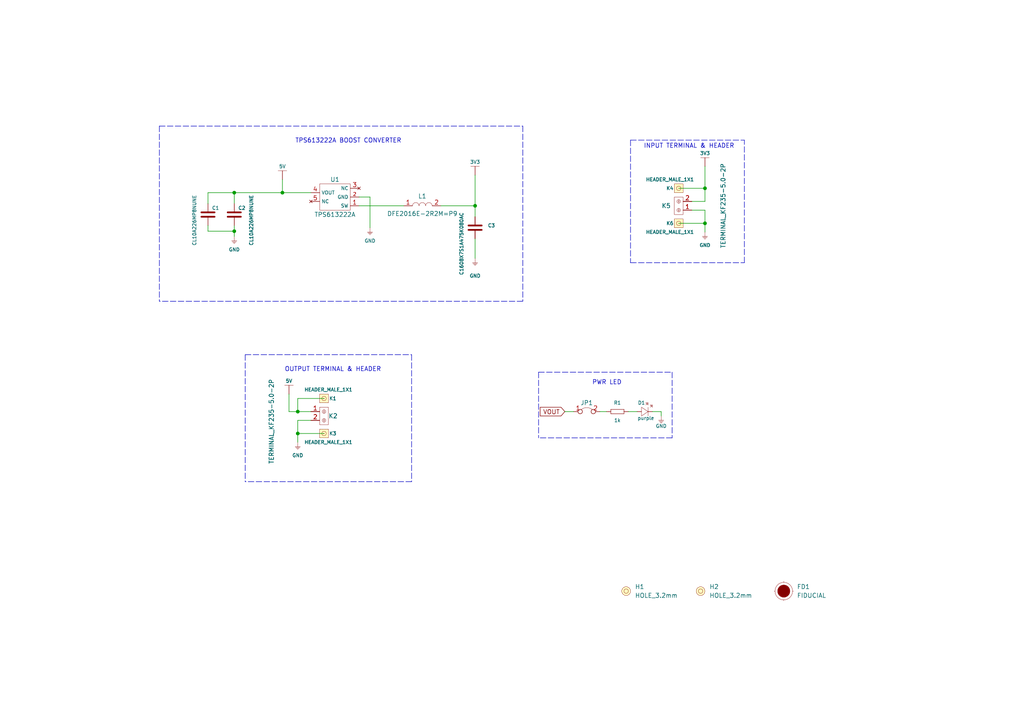
<source format=kicad_sch>
(kicad_sch (version 20210621) (generator eeschema)

  (uuid bc326af4-ebec-4a60-81b4-f99cdc0384be)

  (paper "A4")

  (title_block
    (title "Mini low power boost TPS613222A")
    (date "2021-09-20")
    (rev "V1.0.0.")
    (company "SOLDERED")
    (comment 1 "333096")
  )

  (lib_symbols
    (symbol "e-radionica.com schematics:0402LED" (pin_numbers hide) (pin_names (offset 0.254) hide) (in_bom yes) (on_board yes)
      (property "Reference" "D" (id 0) (at -0.635 2.54 0)
        (effects (font (size 1 1)))
      )
      (property "Value" "0402LED" (id 1) (at 0 -2.54 0)
        (effects (font (size 1 1)))
      )
      (property "Footprint" "e-radionica.com footprinti:0402LED" (id 2) (at 0 5.08 0)
        (effects (font (size 1 1)) hide)
      )
      (property "Datasheet" "" (id 3) (at 0 0 0)
        (effects (font (size 1 1)) hide)
      )
      (symbol "0402LED_0_1"
        (polyline
          (pts
            (xy -0.635 1.27)
            (xy 1.27 0)
          )
          (stroke (width 0.0006)) (fill (type none))
        )
        (polyline
          (pts
            (xy 0.635 1.905)
            (xy 1.27 2.54)
          )
          (stroke (width 0.0006)) (fill (type none))
        )
        (polyline
          (pts
            (xy 1.27 1.27)
            (xy 1.27 -1.27)
          )
          (stroke (width 0.0006)) (fill (type none))
        )
        (polyline
          (pts
            (xy 1.905 1.27)
            (xy 2.54 1.905)
          )
          (stroke (width 0.0006)) (fill (type none))
        )
        (polyline
          (pts
            (xy -0.635 1.27)
            (xy -0.635 -1.27)
            (xy 1.27 0)
          )
          (stroke (width 0.0006)) (fill (type none))
        )
        (polyline
          (pts
            (xy 1.27 2.54)
            (xy 0.635 2.54)
            (xy 1.27 1.905)
            (xy 1.27 2.54)
          )
          (stroke (width 0.0006)) (fill (type none))
        )
        (polyline
          (pts
            (xy 2.54 1.905)
            (xy 1.905 1.905)
            (xy 2.54 1.27)
            (xy 2.54 1.905)
          )
          (stroke (width 0.0006)) (fill (type none))
        )
      )
      (symbol "0402LED_1_1"
        (pin passive line (at -1.905 0 0) (length 1.27)
          (name "A" (effects (font (size 1.27 1.27))))
          (number "1" (effects (font (size 1.27 1.27))))
        )
        (pin passive line (at 2.54 0 180) (length 1.27)
          (name "K" (effects (font (size 1.27 1.27))))
          (number "2" (effects (font (size 1.27 1.27))))
        )
      )
    )
    (symbol "e-radionica.com schematics:0402R" (pin_numbers hide) (pin_names (offset 0.254)) (in_bom yes) (on_board yes)
      (property "Reference" "R" (id 0) (at -1.905 1.27 0)
        (effects (font (size 1 1)))
      )
      (property "Value" "0402R" (id 1) (at 0 -1.27 0)
        (effects (font (size 1 1)))
      )
      (property "Footprint" "e-radionica.com footprinti:0402R" (id 2) (at -2.54 1.905 0)
        (effects (font (size 1 1)) hide)
      )
      (property "Datasheet" "" (id 3) (at -2.54 1.905 0)
        (effects (font (size 1 1)) hide)
      )
      (symbol "0402R_0_1"
        (rectangle (start -1.905 -0.635) (end 1.905 -0.6604)
          (stroke (width 0.1)) (fill (type none))
        )
        (rectangle (start -1.905 0.635) (end -1.8796 -0.635)
          (stroke (width 0.1)) (fill (type none))
        )
        (rectangle (start -1.905 0.635) (end 1.905 0.6096)
          (stroke (width 0.1)) (fill (type none))
        )
        (rectangle (start 1.905 0.635) (end 1.9304 -0.635)
          (stroke (width 0.1)) (fill (type none))
        )
      )
      (symbol "0402R_1_1"
        (pin passive line (at -3.175 0 0) (length 1.27)
          (name "~" (effects (font (size 1.27 1.27))))
          (number "1" (effects (font (size 1.27 1.27))))
        )
        (pin passive line (at 3.175 0 180) (length 1.27)
          (name "~" (effects (font (size 1.27 1.27))))
          (number "2" (effects (font (size 1.27 1.27))))
        )
      )
    )
    (symbol "e-radionica.com schematics:0805C" (pin_numbers hide) (in_bom yes) (on_board yes)
      (property "Reference" "C" (id 0) (at -0.635 3.175 0)
        (effects (font (size 1 1)))
      )
      (property "Value" "0805C" (id 1) (at 0 -3.175 0)
        (effects (font (size 1 1)))
      )
      (property "Footprint" "e-radionica.com footprinti:0805C" (id 2) (at 0 0 0)
        (effects (font (size 1 1)) hide)
      )
      (property "Datasheet" "" (id 3) (at 0 0 0)
        (effects (font (size 1 1)) hide)
      )
      (symbol "0805C_0_1"
        (polyline
          (pts
            (xy -0.635 1.905)
            (xy -0.635 -1.905)
          )
          (stroke (width 0.5)) (fill (type none))
        )
        (polyline
          (pts
            (xy 0.635 1.905)
            (xy 0.635 -1.905)
          )
          (stroke (width 0.5)) (fill (type none))
        )
      )
      (symbol "0805C_1_1"
        (pin passive line (at -3.175 0 0) (length 2.54)
          (name "~" (effects (font (size 1.27 1.27))))
          (number "1" (effects (font (size 1.27 1.27))))
        )
        (pin passive line (at 3.175 0 180) (length 2.54)
          (name "~" (effects (font (size 1.27 1.27))))
          (number "2" (effects (font (size 1.27 1.27))))
        )
      )
    )
    (symbol "e-radionica.com schematics:3V3" (power) (pin_names (offset 0)) (in_bom yes) (on_board yes)
      (property "Reference" "#PWR" (id 0) (at 4.445 0 0)
        (effects (font (size 1 1)) hide)
      )
      (property "Value" "3V3" (id 1) (at 0 3.556 0)
        (effects (font (size 1 1)))
      )
      (property "Footprint" "" (id 2) (at 4.445 3.81 0)
        (effects (font (size 1 1)) hide)
      )
      (property "Datasheet" "" (id 3) (at 4.445 3.81 0)
        (effects (font (size 1 1)) hide)
      )
      (property "ki_keywords" "power-flag" (id 4) (at 0 0 0)
        (effects (font (size 1.27 1.27)) hide)
      )
      (property "ki_description" "Power symbol creates a global label with name \"3V3\"" (id 5) (at 0 0 0)
        (effects (font (size 1.27 1.27)) hide)
      )
      (symbol "3V3_0_1"
        (polyline
          (pts
            (xy -1.27 2.54)
            (xy 1.27 2.54)
          )
          (stroke (width 0.0006)) (fill (type none))
        )
        (polyline
          (pts
            (xy 0 0)
            (xy 0 2.54)
          )
          (stroke (width 0)) (fill (type none))
        )
      )
      (symbol "3V3_1_1"
        (pin power_in line (at 0 0 90) (length 0) hide
          (name "3V3" (effects (font (size 1.27 1.27))))
          (number "1" (effects (font (size 1.27 1.27))))
        )
      )
    )
    (symbol "e-radionica.com schematics:5V" (power) (pin_names (offset 0)) (in_bom yes) (on_board yes)
      (property "Reference" "#PWR" (id 0) (at 4.445 0 0)
        (effects (font (size 1 1)) hide)
      )
      (property "Value" "5V" (id 1) (at 0 3.556 0)
        (effects (font (size 1 1)))
      )
      (property "Footprint" "" (id 2) (at 4.445 3.81 0)
        (effects (font (size 1 1)) hide)
      )
      (property "Datasheet" "" (id 3) (at 4.445 3.81 0)
        (effects (font (size 1 1)) hide)
      )
      (property "ki_keywords" "power-flag" (id 4) (at 0 0 0)
        (effects (font (size 1.27 1.27)) hide)
      )
      (property "ki_description" "Power symbol creates a global label with name \"5V\"" (id 5) (at 0 0 0)
        (effects (font (size 1.27 1.27)) hide)
      )
      (symbol "5V_0_1"
        (polyline
          (pts
            (xy -1.27 2.54)
            (xy 1.27 2.54)
          )
          (stroke (width 0.0006)) (fill (type none))
        )
        (polyline
          (pts
            (xy 0 0)
            (xy 0 2.54)
          )
          (stroke (width 0)) (fill (type none))
        )
      )
      (symbol "5V_1_1"
        (pin power_in line (at 0 0 90) (length 0) hide
          (name "5V" (effects (font (size 1.27 1.27))))
          (number "1" (effects (font (size 1.27 1.27))))
        )
      )
    )
    (symbol "e-radionica.com schematics:DFE252012F-1R0M" (in_bom yes) (on_board yes)
      (property "Reference" "L" (id 0) (at 0 2.286 0)
        (effects (font (size 1.27 1.27)))
      )
      (property "Value" "DFE252012F-1R0M" (id 1) (at 0 -1.778 0)
        (effects (font (size 1.27 1.27)))
      )
      (property "Footprint" "e-radionica.com footprinti:DFE252012F-1R0M=P2" (id 2) (at 0.254 0 0)
        (effects (font (size 1.27 1.27)) hide)
      )
      (property "Datasheet" "" (id 3) (at 0.254 0 0)
        (effects (font (size 1.27 1.27)) hide)
      )
      (symbol "DFE252012F-1R0M_0_1"
        (arc (start -2.921 0) (end -1.016 0) (radius (at -1.9685 -0.0138) (length 0.9526) (angles 179.2 0.8))
          (stroke (width 0.0006)) (fill (type none))
        )
        (arc (start -1.016 0) (end 0.889 0) (radius (at -0.0635 -0.0138) (length 0.9526) (angles 179.2 0.8))
          (stroke (width 0.0006)) (fill (type none))
        )
        (arc (start 0.889 0) (end 2.794 0) (radius (at 1.8415 -0.0138) (length 0.9526) (angles 179.2 0.8))
          (stroke (width 0.0006)) (fill (type none))
        )
      )
      (symbol "DFE252012F-1R0M_1_1"
        (pin passive line (at -5.461 0 0) (length 2.54)
          (name "" (effects (font (size 1.27 1.27))))
          (number "1" (effects (font (size 1.27 1.27))))
        )
        (pin passive line (at 5.334 0 180) (length 2.54)
          (name "" (effects (font (size 1.27 1.27))))
          (number "2" (effects (font (size 1.27 1.27))))
        )
      )
    )
    (symbol "e-radionica.com schematics:FIDUCIAL" (in_bom no) (on_board yes)
      (property "Reference" "FD" (id 0) (at 0 3.81 0)
        (effects (font (size 1.27 1.27)))
      )
      (property "Value" "FIDUCIAL" (id 1) (at 0 -3.81 0)
        (effects (font (size 1.27 1.27)))
      )
      (property "Footprint" "e-radionica.com footprinti:FIDUCIAL_23" (id 2) (at 0.254 -5.334 0)
        (effects (font (size 1.27 1.27)) hide)
      )
      (property "Datasheet" "" (id 3) (at 0 0 0)
        (effects (font (size 1.27 1.27)) hide)
      )
      (symbol "FIDUCIAL_0_1"
        (circle (center 0 0) (radius 2.54) (stroke (width 0.0006)) (fill (type none)))
        (circle (center 0 0) (radius 1.7961) (stroke (width 0.001)) (fill (type outline)))
        (polyline
          (pts
            (xy -2.54 0)
            (xy -2.794 0)
          )
          (stroke (width 0.0006)) (fill (type none))
        )
        (polyline
          (pts
            (xy 0 -2.54)
            (xy 0 -2.794)
          )
          (stroke (width 0.0006)) (fill (type none))
        )
        (polyline
          (pts
            (xy 0 2.54)
            (xy 0 2.794)
          )
          (stroke (width 0.0006)) (fill (type none))
        )
        (polyline
          (pts
            (xy 2.54 0)
            (xy 2.794 0)
          )
          (stroke (width 0.0006)) (fill (type none))
        )
      )
    )
    (symbol "e-radionica.com schematics:GND" (power) (pin_names (offset 0)) (in_bom yes) (on_board yes)
      (property "Reference" "#PWR" (id 0) (at 4.445 0 0)
        (effects (font (size 1 1)) hide)
      )
      (property "Value" "GND" (id 1) (at 0 -2.921 0)
        (effects (font (size 1 1)))
      )
      (property "Footprint" "" (id 2) (at 4.445 3.81 0)
        (effects (font (size 1 1)) hide)
      )
      (property "Datasheet" "" (id 3) (at 4.445 3.81 0)
        (effects (font (size 1 1)) hide)
      )
      (property "ki_keywords" "power-flag" (id 4) (at 0 0 0)
        (effects (font (size 1.27 1.27)) hide)
      )
      (property "ki_description" "Power symbol creates a global label with name \"GND\"" (id 5) (at 0 0 0)
        (effects (font (size 1.27 1.27)) hide)
      )
      (symbol "GND_0_1"
        (polyline
          (pts
            (xy -0.762 -1.27)
            (xy 0.762 -1.27)
          )
          (stroke (width 0.0006)) (fill (type none))
        )
        (polyline
          (pts
            (xy -0.635 -1.524)
            (xy 0.635 -1.524)
          )
          (stroke (width 0.0006)) (fill (type none))
        )
        (polyline
          (pts
            (xy -0.381 -1.778)
            (xy 0.381 -1.778)
          )
          (stroke (width 0.0006)) (fill (type none))
        )
        (polyline
          (pts
            (xy -0.127 -2.032)
            (xy 0.127 -2.032)
          )
          (stroke (width 0.0006)) (fill (type none))
        )
        (polyline
          (pts
            (xy 0 0)
            (xy 0 -1.27)
          )
          (stroke (width 0.0006)) (fill (type none))
        )
      )
      (symbol "GND_1_1"
        (pin power_in line (at 0 0 270) (length 0) hide
          (name "GND" (effects (font (size 1.27 1.27))))
          (number "1" (effects (font (size 1.27 1.27))))
        )
      )
    )
    (symbol "e-radionica.com schematics:GND_3" (power) (pin_names (offset 0)) (in_bom yes) (on_board yes)
      (property "Reference" "#PWR" (id 0) (at 4.445 0 0)
        (effects (font (size 1 1)) hide)
      )
      (property "Value" "GND" (id 1) (at 0 -2.921 0)
        (effects (font (size 1 1)))
      )
      (property "Footprint" "" (id 2) (at 4.445 3.81 0)
        (effects (font (size 1 1)) hide)
      )
      (property "Datasheet" "" (id 3) (at 4.445 3.81 0)
        (effects (font (size 1 1)) hide)
      )
      (property "ki_keywords" "power-flag" (id 4) (at 0 0 0)
        (effects (font (size 1.27 1.27)) hide)
      )
      (property "ki_description" "Power symbol creates a global label with name \"+3V3\"" (id 5) (at 0 0 0)
        (effects (font (size 1.27 1.27)) hide)
      )
      (symbol "GND_3_0_1"
        (polyline
          (pts
            (xy -0.762 -1.27)
            (xy 0.762 -1.27)
          )
          (stroke (width 0.0006)) (fill (type none))
        )
        (polyline
          (pts
            (xy -0.635 -1.524)
            (xy 0.635 -1.524)
          )
          (stroke (width 0.0006)) (fill (type none))
        )
        (polyline
          (pts
            (xy -0.381 -1.778)
            (xy 0.381 -1.778)
          )
          (stroke (width 0.0006)) (fill (type none))
        )
        (polyline
          (pts
            (xy -0.127 -2.032)
            (xy 0.127 -2.032)
          )
          (stroke (width 0.0006)) (fill (type none))
        )
        (polyline
          (pts
            (xy 0 0)
            (xy 0 -1.27)
          )
          (stroke (width 0.0006)) (fill (type none))
        )
      )
      (symbol "GND_3_1_1"
        (pin power_in line (at 0 0 270) (length 0) hide
          (name "GND" (effects (font (size 1.27 1.27))))
          (number "1" (effects (font (size 1.27 1.27))))
        )
      )
    )
    (symbol "e-radionica.com schematics:HEADER_MALE_1X1" (pin_numbers hide) (pin_names hide) (in_bom yes) (on_board yes)
      (property "Reference" "K" (id 0) (at -0.635 2.54 0)
        (effects (font (size 1 1)))
      )
      (property "Value" "HEADER_MALE_1X1" (id 1) (at 0 -2.54 0)
        (effects (font (size 1 1)))
      )
      (property "Footprint" "e-radionica.com footprinti:HEADER_MALE_1X1" (id 2) (at 0 0 0)
        (effects (font (size 1 1)) hide)
      )
      (property "Datasheet" "" (id 3) (at 0 0 0)
        (effects (font (size 1 1)) hide)
      )
      (symbol "HEADER_MALE_1X1_0_1"
        (circle (center 0 0) (radius 0.635) (stroke (width 0.0006)) (fill (type none)))
        (rectangle (start -1.27 1.27) (end 1.27 -1.27)
          (stroke (width 0.001)) (fill (type background))
        )
      )
      (symbol "HEADER_MALE_1X1_1_1"
        (pin passive line (at 0 0 180) (length 0)
          (name "~" (effects (font (size 1 1))))
          (number "1" (effects (font (size 1 1))))
        )
      )
    )
    (symbol "e-radionica.com schematics:HOLE_3.2mm" (pin_numbers hide) (pin_names hide) (in_bom yes) (on_board yes)
      (property "Reference" "H" (id 0) (at 0 2.54 0)
        (effects (font (size 1.27 1.27)))
      )
      (property "Value" "HOLE_3.2mm" (id 1) (at 0 -2.54 0)
        (effects (font (size 1.27 1.27)))
      )
      (property "Footprint" "e-radionica.com footprinti:HOLE_3.2mm" (id 2) (at 0 0 0)
        (effects (font (size 1.27 1.27)) hide)
      )
      (property "Datasheet" "" (id 3) (at 0 0 0)
        (effects (font (size 1.27 1.27)) hide)
      )
      (symbol "HOLE_3.2mm_0_1"
        (circle (center 0 0) (radius 0.635) (stroke (width 0.0006)) (fill (type none)))
        (circle (center 0 0) (radius 1.27) (stroke (width 0.001)) (fill (type background)))
      )
    )
    (symbol "e-radionica.com schematics:SMD-JUMPER-CONNECTED_TRACE_SLODERMASK" (in_bom yes) (on_board yes)
      (property "Reference" "JP" (id 0) (at 0 3.556 0)
        (effects (font (size 1.27 1.27)))
      )
      (property "Value" "SMD-JUMPER-CONNECTED_TRACE_SLODERMASK" (id 1) (at 0 -2.54 0)
        (effects (font (size 1.27 1.27)))
      )
      (property "Footprint" "e-radionica.com footprinti:SMD-JUMPER-CONNECTED_TRACE_SLODERMASK" (id 2) (at 0 -5.715 0)
        (effects (font (size 1.27 1.27)) hide)
      )
      (property "Datasheet" "" (id 3) (at 0 0 0)
        (effects (font (size 1.27 1.27)) hide)
      )
      (symbol "SMD-JUMPER-CONNECTED_TRACE_SLODERMASK_0_1"
        (arc (start -1.6159 0.5742) (end 1.5845 0.5996) (radius (at 0 -1.397) (length 2.5489) (angles 129.3 51.6))
          (stroke (width 0.0006)) (fill (type none))
        )
      )
      (symbol "SMD-JUMPER-CONNECTED_TRACE_SLODERMASK_1_1"
        (pin passive inverted (at -3.81 0 0) (length 2.54)
          (name "" (effects (font (size 1.27 1.27))))
          (number "1" (effects (font (size 1.27 1.27))))
        )
        (pin passive inverted (at 3.81 0 180) (length 2.54)
          (name "" (effects (font (size 1.27 1.27))))
          (number "2" (effects (font (size 1.27 1.27))))
        )
      )
    )
    (symbol "e-radionica.com schematics:TERMINAL_KF235-5.0-2P" (in_bom yes) (on_board yes)
      (property "Reference" "K" (id 0) (at 0 3.81 0)
        (effects (font (size 1.27 1.27)))
      )
      (property "Value" "TERMINAL_KF235-5.0-2P" (id 1) (at 0 -3.81 0)
        (effects (font (size 1.27 1.27)))
      )
      (property "Footprint" "e-radionica.com footprinti:TERMINAL_KF235-5.0-2P" (id 2) (at 0 0 0)
        (effects (font (size 1.27 1.27)) hide)
      )
      (property "Datasheet" "" (id 3) (at 0 0 0)
        (effects (font (size 1.27 1.27)) hide)
      )
      (symbol "TERMINAL_KF235-5.0-2P_0_1"
        (circle (center 0 -1.27) (radius 0.508) (stroke (width 0.0006)) (fill (type none)))
        (circle (center 0 1.27) (radius 0.508) (stroke (width 0.0006)) (fill (type none)))
        (rectangle (start -1.27 2.54) (end 1.27 -2.54)
          (stroke (width 0.0006)) (fill (type none))
        )
        (polyline
          (pts
            (xy -0.254 -1.27)
            (xy 0.254 -1.27)
          )
          (stroke (width 0.0006)) (fill (type none))
        )
        (polyline
          (pts
            (xy -0.254 1.27)
            (xy 0.254 1.27)
          )
          (stroke (width 0.0006)) (fill (type none))
        )
        (polyline
          (pts
            (xy 0 -0.762)
            (xy 0 -1.778)
          )
          (stroke (width 0.0006)) (fill (type none))
        )
        (polyline
          (pts
            (xy 0 1.778)
            (xy 0 0.762)
          )
          (stroke (width 0.0006)) (fill (type none))
        )
      )
      (symbol "TERMINAL_KF235-5.0-2P_1_1"
        (pin input line (at -3.81 1.27 0) (length 2.54)
          (name "~" (effects (font (size 1.27 1.27))))
          (number "1" (effects (font (size 1.27 1.27))))
        )
        (pin input line (at -3.81 -1.27 0) (length 2.54)
          (name "~" (effects (font (size 1.27 1.27))))
          (number "2" (effects (font (size 1.27 1.27))))
        )
      )
    )
    (symbol "e-radionica.com schematics:TPS613222A" (in_bom yes) (on_board yes)
      (property "Reference" "U" (id 0) (at 0 5.08 0)
        (effects (font (size 1.27 1.27)))
      )
      (property "Value" "TPS613222A" (id 1) (at 0 -5.08 0)
        (effects (font (size 1.27 1.27)))
      )
      (property "Footprint" "e-radionica.com footprinti:tps613222a" (id 2) (at -0.635 0 0)
        (effects (font (size 1.27 1.27)) hide)
      )
      (property "Datasheet" "" (id 3) (at -0.635 0 0)
        (effects (font (size 1.27 1.27)) hide)
      )
      (symbol "TPS613222A_0_1"
        (rectangle (start -4.445 3.81) (end 4.445 -3.81)
          (stroke (width 0.0006)) (fill (type none))
        )
      )
      (symbol "TPS613222A_1_1"
        (pin passive line (at 6.985 -2.54 180) (length 2.54)
          (name "SW" (effects (font (size 1 1))))
          (number "1" (effects (font (size 1.27 1.27))))
        )
        (pin passive line (at 6.985 0 180) (length 2.54)
          (name "GND" (effects (font (size 1 1))))
          (number "2" (effects (font (size 1 1))))
        )
        (pin no_connect line (at 6.985 2.54 180) (length 2.54)
          (name "NC" (effects (font (size 1 1))))
          (number "3" (effects (font (size 1.27 1.27))))
        )
        (pin passive line (at -6.985 1.27 0) (length 2.54)
          (name "VOUT" (effects (font (size 1 1))))
          (number "4" (effects (font (size 1.27 1.27))))
        )
        (pin no_connect line (at -6.985 -1.27 0) (length 2.54)
          (name "NC" (effects (font (size 1 1))))
          (number "5" (effects (font (size 1.27 1.27))))
        )
      )
    )
  )

  (junction (at 67.945 55.88) (diameter 0.9144) (color 0 0 0 0))
  (junction (at 67.945 67.056) (diameter 0.9144) (color 0 0 0 0))
  (junction (at 81.915 55.88) (diameter 0.9144) (color 0 0 0 0))
  (junction (at 86.36 119.38) (diameter 0.9144) (color 0 0 0 0))
  (junction (at 86.36 125.73) (diameter 0.9144) (color 0 0 0 0))
  (junction (at 137.795 59.69) (diameter 0.9144) (color 0 0 0 0))
  (junction (at 204.47 54.61) (diameter 0.9144) (color 0 0 0 0))
  (junction (at 204.47 64.77) (diameter 0.9144) (color 0 0 0 0))

  (wire (pts (xy 60.325 55.88) (xy 67.945 55.88))
    (stroke (width 0) (type solid) (color 0 0 0 0))
    (uuid 3ae93aeb-c991-4890-8a5d-b4d48082967c)
  )
  (wire (pts (xy 60.325 59.055) (xy 60.325 55.88))
    (stroke (width 0) (type solid) (color 0 0 0 0))
    (uuid 3ae93aeb-c991-4890-8a5d-b4d48082967c)
  )
  (wire (pts (xy 60.325 65.405) (xy 60.325 67.056))
    (stroke (width 0) (type solid) (color 0 0 0 0))
    (uuid 41cfdd9c-b111-4501-b5ba-474401978844)
  )
  (wire (pts (xy 60.325 67.056) (xy 67.945 67.056))
    (stroke (width 0) (type solid) (color 0 0 0 0))
    (uuid daf08098-421c-4419-a6cb-e25b82e907da)
  )
  (wire (pts (xy 67.945 55.88) (xy 81.915 55.88))
    (stroke (width 0) (type solid) (color 0 0 0 0))
    (uuid 0e9380ae-f829-4296-8b49-d3f92488d3fd)
  )
  (wire (pts (xy 67.945 59.055) (xy 67.945 55.88))
    (stroke (width 0) (type solid) (color 0 0 0 0))
    (uuid 0e9380ae-f829-4296-8b49-d3f92488d3fd)
  )
  (wire (pts (xy 67.945 65.405) (xy 67.945 67.056))
    (stroke (width 0) (type solid) (color 0 0 0 0))
    (uuid 6e21b9c7-a8b8-4a50-bca4-c4e403ff6f17)
  )
  (wire (pts (xy 67.945 67.056) (xy 67.945 68.58))
    (stroke (width 0) (type solid) (color 0 0 0 0))
    (uuid 6e21b9c7-a8b8-4a50-bca4-c4e403ff6f17)
  )
  (wire (pts (xy 81.915 55.88) (xy 81.915 52.07))
    (stroke (width 0) (type solid) (color 0 0 0 0))
    (uuid 097cf192-f0f1-4806-9285-b4f452741a91)
  )
  (wire (pts (xy 83.82 114.3) (xy 83.82 119.38))
    (stroke (width 0) (type solid) (color 0 0 0 0))
    (uuid 3163b7ea-8af7-4952-8a36-11cc3d2cb8ae)
  )
  (wire (pts (xy 83.82 119.38) (xy 86.36 119.38))
    (stroke (width 0) (type solid) (color 0 0 0 0))
    (uuid d4296f50-a1f5-47b3-b437-0198dbd5e38a)
  )
  (wire (pts (xy 86.36 115.57) (xy 86.36 119.38))
    (stroke (width 0) (type solid) (color 0 0 0 0))
    (uuid 63805ab1-9afa-47ea-b9e1-9bb60cb5c565)
  )
  (wire (pts (xy 86.36 119.38) (xy 90.17 119.38))
    (stroke (width 0) (type solid) (color 0 0 0 0))
    (uuid d4296f50-a1f5-47b3-b437-0198dbd5e38a)
  )
  (wire (pts (xy 86.36 121.92) (xy 86.36 125.73))
    (stroke (width 0) (type solid) (color 0 0 0 0))
    (uuid f61bdf3a-9a28-44b1-b418-5bf19a75f501)
  )
  (wire (pts (xy 86.36 125.73) (xy 86.36 128.27))
    (stroke (width 0) (type solid) (color 0 0 0 0))
    (uuid 48458b21-a625-4f61-ae48-e089fdfff357)
  )
  (wire (pts (xy 90.17 55.88) (xy 81.915 55.88))
    (stroke (width 0) (type solid) (color 0 0 0 0))
    (uuid 097cf192-f0f1-4806-9285-b4f452741a91)
  )
  (wire (pts (xy 90.17 121.92) (xy 86.36 121.92))
    (stroke (width 0) (type solid) (color 0 0 0 0))
    (uuid f61bdf3a-9a28-44b1-b418-5bf19a75f501)
  )
  (wire (pts (xy 93.98 115.57) (xy 86.36 115.57))
    (stroke (width 0) (type solid) (color 0 0 0 0))
    (uuid 63805ab1-9afa-47ea-b9e1-9bb60cb5c565)
  )
  (wire (pts (xy 93.98 125.73) (xy 86.36 125.73))
    (stroke (width 0) (type solid) (color 0 0 0 0))
    (uuid 48458b21-a625-4f61-ae48-e089fdfff357)
  )
  (wire (pts (xy 104.14 57.15) (xy 107.315 57.15))
    (stroke (width 0) (type solid) (color 0 0 0 0))
    (uuid 971224ff-49c3-4a10-87ef-6ba6c75685db)
  )
  (wire (pts (xy 104.14 59.69) (xy 117.094 59.69))
    (stroke (width 0) (type solid) (color 0 0 0 0))
    (uuid dc852df9-e942-4f9c-a3ca-cac5dc007cc0)
  )
  (wire (pts (xy 107.315 57.15) (xy 107.315 66.04))
    (stroke (width 0) (type solid) (color 0 0 0 0))
    (uuid 971224ff-49c3-4a10-87ef-6ba6c75685db)
  )
  (wire (pts (xy 137.795 50.8) (xy 137.795 59.69))
    (stroke (width 0) (type solid) (color 0 0 0 0))
    (uuid 59623856-cd68-44ad-876d-353480c2351b)
  )
  (wire (pts (xy 137.795 59.69) (xy 127.889 59.69))
    (stroke (width 0) (type solid) (color 0 0 0 0))
    (uuid 59623856-cd68-44ad-876d-353480c2351b)
  )
  (wire (pts (xy 137.795 59.69) (xy 137.795 62.865))
    (stroke (width 0) (type solid) (color 0 0 0 0))
    (uuid 4c52101d-c5b8-454c-87df-c5bb79be973c)
  )
  (wire (pts (xy 137.795 69.215) (xy 137.795 74.93))
    (stroke (width 0) (type solid) (color 0 0 0 0))
    (uuid d2f87b25-23f7-4045-b4d6-ecbd9b050e02)
  )
  (wire (pts (xy 163.83 119.38) (xy 166.37 119.38))
    (stroke (width 0) (type solid) (color 0 0 0 0))
    (uuid 78c58d5f-6cd0-4721-a42b-d3c2cad61bf7)
  )
  (wire (pts (xy 173.99 119.38) (xy 175.895 119.38))
    (stroke (width 0) (type solid) (color 0 0 0 0))
    (uuid 52778b8c-b1cb-4bd9-b9ca-6bf49d06dadb)
  )
  (wire (pts (xy 182.245 119.38) (xy 184.785 119.38))
    (stroke (width 0) (type solid) (color 0 0 0 0))
    (uuid 378094a7-06c4-47a6-a482-19fff563f885)
  )
  (wire (pts (xy 191.77 119.38) (xy 189.23 119.38))
    (stroke (width 0) (type solid) (color 0 0 0 0))
    (uuid 8092b1e4-5fb8-402c-a0c6-4598696b2d36)
  )
  (wire (pts (xy 191.77 119.38) (xy 191.77 120.65))
    (stroke (width 0) (type solid) (color 0 0 0 0))
    (uuid 7e620a52-3f4c-4751-a16f-206479940d79)
  )
  (wire (pts (xy 196.85 54.61) (xy 204.47 54.61))
    (stroke (width 0) (type solid) (color 0 0 0 0))
    (uuid ffbe55f3-7771-4db9-8f2b-88205e03a3be)
  )
  (wire (pts (xy 196.85 64.77) (xy 204.47 64.77))
    (stroke (width 0) (type solid) (color 0 0 0 0))
    (uuid 70ba4e0c-888c-4abf-ad99-825a608259ea)
  )
  (wire (pts (xy 200.66 58.42) (xy 204.47 58.42))
    (stroke (width 0) (type solid) (color 0 0 0 0))
    (uuid 558bf2bc-4813-446f-a738-5c541286c349)
  )
  (wire (pts (xy 200.66 60.96) (xy 204.47 60.96))
    (stroke (width 0) (type solid) (color 0 0 0 0))
    (uuid f075aa52-076c-4c9d-b989-6e8b646765a3)
  )
  (wire (pts (xy 204.47 48.26) (xy 204.47 54.61))
    (stroke (width 0) (type solid) (color 0 0 0 0))
    (uuid 558bf2bc-4813-446f-a738-5c541286c349)
  )
  (wire (pts (xy 204.47 58.42) (xy 204.47 54.61))
    (stroke (width 0) (type solid) (color 0 0 0 0))
    (uuid 558bf2bc-4813-446f-a738-5c541286c349)
  )
  (wire (pts (xy 204.47 60.96) (xy 204.47 64.77))
    (stroke (width 0) (type solid) (color 0 0 0 0))
    (uuid f075aa52-076c-4c9d-b989-6e8b646765a3)
  )
  (wire (pts (xy 204.47 64.77) (xy 204.47 67.31))
    (stroke (width 0) (type solid) (color 0 0 0 0))
    (uuid f075aa52-076c-4c9d-b989-6e8b646765a3)
  )
  (polyline (pts (xy 46.228 36.576) (xy 46.228 87.376))
    (stroke (width 0) (type dash) (color 0 0 0 0))
    (uuid b1d0e6dc-a219-464e-90bf-2eae2aee91a4)
  )
  (polyline (pts (xy 46.228 36.576) (xy 151.638 36.576))
    (stroke (width 0) (type dash) (color 0 0 0 0))
    (uuid b1d0e6dc-a219-464e-90bf-2eae2aee91a4)
  )
  (polyline (pts (xy 71.12 102.87) (xy 71.12 139.7))
    (stroke (width 0) (type dash) (color 0 0 0 0))
    (uuid bb6febf4-a8ba-408b-a7bd-82f6076e94da)
  )
  (polyline (pts (xy 71.12 102.87) (xy 119.38 102.87))
    (stroke (width 0) (type dash) (color 0 0 0 0))
    (uuid bb6febf4-a8ba-408b-a7bd-82f6076e94da)
  )
  (polyline (pts (xy 119.38 102.87) (xy 119.38 139.7))
    (stroke (width 0) (type dash) (color 0 0 0 0))
    (uuid bb6febf4-a8ba-408b-a7bd-82f6076e94da)
  )
  (polyline (pts (xy 119.38 139.7) (xy 71.12 139.7))
    (stroke (width 0) (type dash) (color 0 0 0 0))
    (uuid bb6febf4-a8ba-408b-a7bd-82f6076e94da)
  )
  (polyline (pts (xy 151.638 36.576) (xy 151.638 87.376))
    (stroke (width 0) (type dash) (color 0 0 0 0))
    (uuid b1d0e6dc-a219-464e-90bf-2eae2aee91a4)
  )
  (polyline (pts (xy 151.638 87.376) (xy 46.228 87.376))
    (stroke (width 0) (type dash) (color 0 0 0 0))
    (uuid b1d0e6dc-a219-464e-90bf-2eae2aee91a4)
  )
  (polyline (pts (xy 156.21 107.95) (xy 156.21 127))
    (stroke (width 0) (type dash) (color 0 0 0 0))
    (uuid 79001fd5-f3d1-4613-91d7-1c4ff0d33f62)
  )
  (polyline (pts (xy 156.21 107.95) (xy 194.945 107.95))
    (stroke (width 0) (type dash) (color 0 0 0 0))
    (uuid faed8281-a040-4506-bcf1-39579fc69157)
  )
  (polyline (pts (xy 182.88 40.64) (xy 182.88 76.2))
    (stroke (width 0) (type dash) (color 0 0 0 0))
    (uuid f8a94341-3a25-40d3-afea-c97fdd86b143)
  )
  (polyline (pts (xy 182.88 40.64) (xy 215.9 40.64))
    (stroke (width 0) (type dash) (color 0 0 0 0))
    (uuid f8a94341-3a25-40d3-afea-c97fdd86b143)
  )
  (polyline (pts (xy 182.88 76.2) (xy 215.9 76.2))
    (stroke (width 0) (type dash) (color 0 0 0 0))
    (uuid f8a94341-3a25-40d3-afea-c97fdd86b143)
  )
  (polyline (pts (xy 194.945 107.95) (xy 194.945 127))
    (stroke (width 0) (type dash) (color 0 0 0 0))
    (uuid 117bc274-40a1-43e9-8cfc-3276079bd0d2)
  )
  (polyline (pts (xy 194.945 127) (xy 156.21 127))
    (stroke (width 0) (type dash) (color 0 0 0 0))
    (uuid 8ffc3f6f-7561-4d0c-9cc0-ee7664581baa)
  )
  (polyline (pts (xy 215.9 76.2) (xy 215.9 40.64))
    (stroke (width 0) (type dash) (color 0 0 0 0))
    (uuid f8a94341-3a25-40d3-afea-c97fdd86b143)
  )

  (text "OUTPUT TERMINAL & HEADER" (at 82.55 107.95 0)
    (effects (font (size 1.27 1.27)) (justify left bottom))
    (uuid 1e1d3c0a-79f8-4d11-8929-32d811a222aa)
  )
  (text "TPS613222A BOOST CONVERTER" (at 85.598 41.656 0)
    (effects (font (size 1.27 1.27)) (justify left bottom))
    (uuid 54d915a9-6eec-4802-8961-49f9945b0f66)
  )
  (text "PWR LED" (at 180.34 111.76 180)
    (effects (font (size 1.27 1.27)) (justify right bottom))
    (uuid 90ee5613-444e-4795-bff2-e3c0f1dc5728)
  )
  (text "INPUT TERMINAL & HEADER" (at 186.69 43.18 0)
    (effects (font (size 1.27 1.27)) (justify left bottom))
    (uuid bff35b49-9c57-4fcc-992f-aa2b3a526e9b)
  )

  (global_label "VOUT" (shape input) (at 163.83 119.38 180)
    (effects (font (size 1.27 1.27)) (justify right))
    (uuid de4355ac-2250-489c-880a-7c5f7e0a8204)
    (property "Intersheet References" "${INTERSHEET_REFS}" (id 0) (at 155.1758 119.4594 0)
      (effects (font (size 1.27 1.27)) (justify right) hide)
    )
  )

  (symbol (lib_id "e-radionica.com schematics:GND") (at 67.945 68.58 0) (unit 1)
    (in_bom yes) (on_board yes)
    (uuid 5e39bfb2-de1b-4010-ad40-4bbda4ff8713)
    (property "Reference" "#PWR01" (id 0) (at 72.39 68.58 0)
      (effects (font (size 1 1)) hide)
    )
    (property "Value" "GND" (id 1) (at 67.945 72.39 0)
      (effects (font (size 1 1)))
    )
    (property "Footprint" "" (id 2) (at 72.39 64.77 0)
      (effects (font (size 1 1)) hide)
    )
    (property "Datasheet" "" (id 3) (at 72.39 64.77 0)
      (effects (font (size 1 1)) hide)
    )
    (pin "1" (uuid ef71d7e8-20cf-425f-aff1-469ed7874690))
  )

  (symbol (lib_id "e-radionica.com schematics:GND") (at 86.36 128.27 0) (unit 1)
    (in_bom yes) (on_board yes)
    (uuid 3b03584e-4c41-4423-9e60-b939f74424ed)
    (property "Reference" "#PWR04" (id 0) (at 90.805 128.27 0)
      (effects (font (size 1 1)) hide)
    )
    (property "Value" "GND" (id 1) (at 86.36 132.08 0)
      (effects (font (size 1 1)))
    )
    (property "Footprint" "" (id 2) (at 90.805 124.46 0)
      (effects (font (size 1 1)) hide)
    )
    (property "Datasheet" "" (id 3) (at 90.805 124.46 0)
      (effects (font (size 1 1)) hide)
    )
    (pin "1" (uuid 679271e7-82bd-4715-b15a-465bc81275bf))
  )

  (symbol (lib_id "e-radionica.com schematics:GND") (at 107.315 66.04 0) (unit 1)
    (in_bom yes) (on_board yes)
    (uuid 08d6b41d-bdfc-49a1-abaf-17ae51384996)
    (property "Reference" "#PWR05" (id 0) (at 111.76 66.04 0)
      (effects (font (size 1 1)) hide)
    )
    (property "Value" "GND" (id 1) (at 107.315 69.85 0)
      (effects (font (size 1 1)))
    )
    (property "Footprint" "" (id 2) (at 111.76 62.23 0)
      (effects (font (size 1 1)) hide)
    )
    (property "Datasheet" "" (id 3) (at 111.76 62.23 0)
      (effects (font (size 1 1)) hide)
    )
    (pin "1" (uuid 7a4cdeaa-724e-4b46-884a-5a2d4a81e789))
  )

  (symbol (lib_id "e-radionica.com schematics:GND") (at 137.795 74.93 0) (unit 1)
    (in_bom yes) (on_board yes) (fields_autoplaced)
    (uuid d78d07e2-e8c7-424b-8320-bcb512005c51)
    (property "Reference" "#PWR07" (id 0) (at 142.24 74.93 0)
      (effects (font (size 1 1)) hide)
    )
    (property "Value" "GND" (id 1) (at 137.795 80.01 0)
      (effects (font (size 1 1)))
    )
    (property "Footprint" "" (id 2) (at 142.24 71.12 0)
      (effects (font (size 1 1)) hide)
    )
    (property "Datasheet" "" (id 3) (at 142.24 71.12 0)
      (effects (font (size 1 1)) hide)
    )
    (pin "1" (uuid 22c97262-26ed-4dff-b087-c36c12831def))
  )

  (symbol (lib_name "e-radionica.com schematics:GND_3") (lib_id "e-radionica.com schematics:GND") (at 191.77 120.65 0) (unit 1)
    (in_bom yes) (on_board yes)
    (uuid f64e000a-b8aa-48b9-b9e0-f946026eb6a6)
    (property "Reference" "#PWR08" (id 0) (at 196.215 120.65 0)
      (effects (font (size 1 1)) hide)
    )
    (property "Value" "GND" (id 1) (at 191.77 123.571 0)
      (effects (font (size 1 1)))
    )
    (property "Footprint" "" (id 2) (at 196.215 116.84 0)
      (effects (font (size 1 1)) hide)
    )
    (property "Datasheet" "" (id 3) (at 196.215 116.84 0)
      (effects (font (size 1 1)) hide)
    )
    (pin "1" (uuid 54d0e805-797a-4e84-8d94-671283e193a5))
  )

  (symbol (lib_id "e-radionica.com schematics:GND") (at 204.47 67.31 0) (unit 1)
    (in_bom yes) (on_board yes)
    (uuid ed583f5d-7e81-4290-80f2-475405f01a36)
    (property "Reference" "#PWR010" (id 0) (at 208.915 67.31 0)
      (effects (font (size 1 1)) hide)
    )
    (property "Value" "GND" (id 1) (at 204.47 71.12 0)
      (effects (font (size 1 1)))
    )
    (property "Footprint" "" (id 2) (at 208.915 63.5 0)
      (effects (font (size 1 1)) hide)
    )
    (property "Datasheet" "" (id 3) (at 208.915 63.5 0)
      (effects (font (size 1 1)) hide)
    )
    (pin "1" (uuid ff200670-0b61-495d-8936-3731583d1aaf))
  )

  (symbol (lib_id "e-radionica.com schematics:HEADER_MALE_1X1") (at 93.98 115.57 0) (unit 1)
    (in_bom yes) (on_board yes)
    (uuid c97e2f77-4bd1-4a3e-b377-30acfceda4c7)
    (property "Reference" "K1" (id 0) (at 96.52 115.57 0)
      (effects (font (size 1 1)))
    )
    (property "Value" "HEADER_MALE_1X1" (id 1) (at 95.25 113.03 0)
      (effects (font (size 1 1)))
    )
    (property "Footprint" "e-radionica.com footprinti:HEADER_MALE_1X1" (id 2) (at 93.98 115.57 0)
      (effects (font (size 1 1)) hide)
    )
    (property "Datasheet" "" (id 3) (at 93.98 115.57 0)
      (effects (font (size 1 1)) hide)
    )
    (pin "1" (uuid de4ad1ad-9a9d-4981-a6c7-5b4c94e6b316))
  )

  (symbol (lib_id "e-radionica.com schematics:HEADER_MALE_1X1") (at 93.98 125.73 0) (unit 1)
    (in_bom yes) (on_board yes)
    (uuid d427b16d-97f9-45b0-9910-41bb4a355f4f)
    (property "Reference" "K3" (id 0) (at 96.52 125.73 0)
      (effects (font (size 1 1)))
    )
    (property "Value" "HEADER_MALE_1X1" (id 1) (at 95.25 128.27 0)
      (effects (font (size 1 1)))
    )
    (property "Footprint" "e-radionica.com footprinti:HEADER_MALE_1X1" (id 2) (at 93.98 125.73 0)
      (effects (font (size 1 1)) hide)
    )
    (property "Datasheet" "" (id 3) (at 93.98 125.73 0)
      (effects (font (size 1 1)) hide)
    )
    (pin "1" (uuid 95d24158-843d-4948-94cd-8786e7d78717))
  )

  (symbol (lib_id "e-radionica.com schematics:HOLE_3.2mm") (at 181.61 171.45 0) (unit 1)
    (in_bom yes) (on_board yes) (fields_autoplaced)
    (uuid 20082445-051d-4eb4-9ecc-0e7aca835a9a)
    (property "Reference" "H1" (id 0) (at 184.15 170.1799 0)
      (effects (font (size 1.27 1.27)) (justify left))
    )
    (property "Value" "HOLE_3.2mm" (id 1) (at 184.15 172.7199 0)
      (effects (font (size 1.27 1.27)) (justify left))
    )
    (property "Footprint" "e-radionica.com footprinti:HOLE_3.2mm" (id 2) (at 181.61 171.45 0)
      (effects (font (size 1.27 1.27)) hide)
    )
    (property "Datasheet" "" (id 3) (at 181.61 171.45 0)
      (effects (font (size 1.27 1.27)) hide)
    )
  )

  (symbol (lib_id "e-radionica.com schematics:HEADER_MALE_1X1") (at 196.85 54.61 0) (unit 1)
    (in_bom yes) (on_board yes)
    (uuid a88bdae1-c99c-43d0-bd6c-bd0cc461d09f)
    (property "Reference" "K4" (id 0) (at 194.31 54.61 0)
      (effects (font (size 1 1)))
    )
    (property "Value" "HEADER_MALE_1X1" (id 1) (at 194.31 52.07 0)
      (effects (font (size 1 1)))
    )
    (property "Footprint" "e-radionica.com footprinti:HEADER_MALE_1X1" (id 2) (at 196.85 54.61 0)
      (effects (font (size 1 1)) hide)
    )
    (property "Datasheet" "" (id 3) (at 196.85 54.61 0)
      (effects (font (size 1 1)) hide)
    )
    (pin "1" (uuid a15f0ead-5769-42f0-9a81-ee337dfa87b4))
  )

  (symbol (lib_id "e-radionica.com schematics:HEADER_MALE_1X1") (at 196.85 64.77 0) (unit 1)
    (in_bom yes) (on_board yes)
    (uuid f7bf4251-0d60-4165-a7ab-910a7d632949)
    (property "Reference" "K6" (id 0) (at 194.31 64.77 0)
      (effects (font (size 1 1)))
    )
    (property "Value" "HEADER_MALE_1X1" (id 1) (at 194.31 67.31 0)
      (effects (font (size 1 1)))
    )
    (property "Footprint" "e-radionica.com footprinti:HEADER_MALE_1X1" (id 2) (at 196.85 64.77 0)
      (effects (font (size 1 1)) hide)
    )
    (property "Datasheet" "" (id 3) (at 196.85 64.77 0)
      (effects (font (size 1 1)) hide)
    )
    (pin "1" (uuid 698698e8-3b9c-40c8-b979-29e424971b5c))
  )

  (symbol (lib_id "e-radionica.com schematics:HOLE_3.2mm") (at 203.2 171.45 0) (unit 1)
    (in_bom yes) (on_board yes) (fields_autoplaced)
    (uuid 2c4c8b5f-070a-428d-babf-09882a0bcb95)
    (property "Reference" "H2" (id 0) (at 205.74 170.1799 0)
      (effects (font (size 1.27 1.27)) (justify left))
    )
    (property "Value" "HOLE_3.2mm" (id 1) (at 205.74 172.7199 0)
      (effects (font (size 1.27 1.27)) (justify left))
    )
    (property "Footprint" "e-radionica.com footprinti:HOLE_3.2mm" (id 2) (at 203.2 171.45 0)
      (effects (font (size 1.27 1.27)) hide)
    )
    (property "Datasheet" "" (id 3) (at 203.2 171.45 0)
      (effects (font (size 1.27 1.27)) hide)
    )
  )

  (symbol (lib_id "e-radionica.com schematics:5V") (at 81.915 52.07 0) (unit 1)
    (in_bom yes) (on_board yes) (fields_autoplaced)
    (uuid 69ae4204-6a28-4be0-a4e8-53870a229484)
    (property "Reference" "#PWR02" (id 0) (at 86.36 52.07 0)
      (effects (font (size 1 1)) hide)
    )
    (property "Value" "5V" (id 1) (at 81.915 48.26 0)
      (effects (font (size 1 1)))
    )
    (property "Footprint" "" (id 2) (at 86.36 48.26 0)
      (effects (font (size 1 1)) hide)
    )
    (property "Datasheet" "" (id 3) (at 86.36 48.26 0)
      (effects (font (size 1 1)) hide)
    )
    (pin "1" (uuid 9318fd0a-0263-42e1-9258-7680c7971bdb))
  )

  (symbol (lib_id "e-radionica.com schematics:5V") (at 83.82 114.3 0) (unit 1)
    (in_bom yes) (on_board yes) (fields_autoplaced)
    (uuid 98e7a0d0-5c37-4493-8970-867d78b8400c)
    (property "Reference" "#PWR03" (id 0) (at 88.265 114.3 0)
      (effects (font (size 1 1)) hide)
    )
    (property "Value" "5V" (id 1) (at 83.82 110.49 0)
      (effects (font (size 1 1)))
    )
    (property "Footprint" "" (id 2) (at 88.265 110.49 0)
      (effects (font (size 1 1)) hide)
    )
    (property "Datasheet" "" (id 3) (at 88.265 110.49 0)
      (effects (font (size 1 1)) hide)
    )
    (pin "1" (uuid d79f443a-c199-4de6-b728-62adfb11eb47))
  )

  (symbol (lib_id "e-radionica.com schematics:3V3") (at 137.795 50.8 0) (unit 1)
    (in_bom yes) (on_board yes) (fields_autoplaced)
    (uuid c9ab62c2-7bbd-4545-8c29-6f8a4f4abf65)
    (property "Reference" "#PWR06" (id 0) (at 142.24 50.8 0)
      (effects (font (size 1 1)) hide)
    )
    (property "Value" "3V3" (id 1) (at 137.795 46.99 0)
      (effects (font (size 1 1)))
    )
    (property "Footprint" "" (id 2) (at 142.24 46.99 0)
      (effects (font (size 1 1)) hide)
    )
    (property "Datasheet" "" (id 3) (at 142.24 46.99 0)
      (effects (font (size 1 1)) hide)
    )
    (pin "1" (uuid fa4aebb8-92bb-4be4-bd57-feeac24dc8f0))
  )

  (symbol (lib_id "e-radionica.com schematics:3V3") (at 204.47 48.26 0) (unit 1)
    (in_bom yes) (on_board yes) (fields_autoplaced)
    (uuid 5a8d13c1-0550-4496-a3f4-ae013fc18e4e)
    (property "Reference" "#PWR09" (id 0) (at 208.915 48.26 0)
      (effects (font (size 1 1)) hide)
    )
    (property "Value" "3V3" (id 1) (at 204.47 44.45 0)
      (effects (font (size 1 1)))
    )
    (property "Footprint" "" (id 2) (at 208.915 44.45 0)
      (effects (font (size 1 1)) hide)
    )
    (property "Datasheet" "" (id 3) (at 208.915 44.45 0)
      (effects (font (size 1 1)) hide)
    )
    (pin "1" (uuid d536d369-db60-41b3-b287-aca1588976c0))
  )

  (symbol (lib_id "e-radionica.com schematics:0402R") (at 179.07 119.38 0) (unit 1)
    (in_bom yes) (on_board yes)
    (uuid 31268d9a-66b8-4bbb-adac-7e1ebdcc177b)
    (property "Reference" "R1" (id 0) (at 179.07 116.84 0)
      (effects (font (size 1 1)))
    )
    (property "Value" "1k" (id 1) (at 179.07 121.92 0)
      (effects (font (size 1 1)))
    )
    (property "Footprint" "e-radionica.com footprinti:0402R" (id 2) (at 176.53 117.475 0)
      (effects (font (size 1 1)) hide)
    )
    (property "Datasheet" "" (id 3) (at 176.53 117.475 0)
      (effects (font (size 1 1)) hide)
    )
    (pin "1" (uuid 42a0de84-37ff-4dd0-9628-d20b882a9f0a))
    (pin "2" (uuid 68029c3d-7b27-4691-b161-13dfe8f937f3))
  )

  (symbol (lib_id "e-radionica.com schematics:SMD-JUMPER-CONNECTED_TRACE_SLODERMASK") (at 170.18 119.38 0) (unit 1)
    (in_bom yes) (on_board yes)
    (uuid 76c37bb6-3e23-4f02-8667-2d3989fbe0d6)
    (property "Reference" "JP1" (id 0) (at 170.18 116.84 0))
    (property "Value" "SMD-JUMPER-CONNECTED_TRACE_SLODERMASK" (id 1) (at 170.18 121.92 0)
      (effects (font (size 1.27 1.27)) hide)
    )
    (property "Footprint" "e-radionica.com footprinti:SMD-JUMPER-CONNECTED_TRACE_SLODERMASK" (id 2) (at 170.18 125.095 0)
      (effects (font (size 1.27 1.27)) hide)
    )
    (property "Datasheet" "" (id 3) (at 170.18 119.38 0)
      (effects (font (size 1.27 1.27)) hide)
    )
    (pin "1" (uuid 13d160bc-1e4a-4b9d-861c-7ab35fc1d0db))
    (pin "2" (uuid 22429dd7-4f6e-463f-abd0-eb1360865135))
  )

  (symbol (lib_id "e-radionica.com schematics:DFE252012F-1R0M") (at 122.555 59.69 0) (unit 1)
    (in_bom yes) (on_board yes)
    (uuid fd5be681-2a72-48f1-8ad8-4bcea08b2355)
    (property "Reference" "L1" (id 0) (at 122.4915 56.896 0))
    (property "Value" "DFE2016E-2R2M=P9" (id 1) (at 122.4915 61.976 0))
    (property "Footprint" "e-radionica.com footprinti:DFE252012F-1R0M=P2" (id 2) (at 122.809 59.69 0)
      (effects (font (size 1.27 1.27)) hide)
    )
    (property "Datasheet" "" (id 3) (at 122.809 59.69 0)
      (effects (font (size 1.27 1.27)) hide)
    )
    (pin "1" (uuid d2ad46da-5561-4163-8eac-b6e9d7ca51c2))
    (pin "2" (uuid 760956b9-cbb7-4ab2-8997-3cbfaa837c68))
  )

  (symbol (lib_id "e-radionica.com schematics:0402LED") (at 186.69 119.38 0) (unit 1)
    (in_bom yes) (on_board yes)
    (uuid 328622ac-3180-47b6-8efc-8abc25a1f7be)
    (property "Reference" "D1" (id 0) (at 186.055 116.84 0)
      (effects (font (size 1 1)))
    )
    (property "Value" "purple" (id 1) (at 187.325 121.285 0)
      (effects (font (size 1 1)))
    )
    (property "Footprint" "e-radionica.com footprinti:0402LED" (id 2) (at 186.69 114.3 0)
      (effects (font (size 1 1)) hide)
    )
    (property "Datasheet" "" (id 3) (at 186.69 119.38 0)
      (effects (font (size 1 1)) hide)
    )
    (pin "1" (uuid f8c44f79-c7c0-47f7-ac47-13d81fe403ae))
    (pin "2" (uuid ce4be691-8eb0-496e-b64c-1cf76d1ba2a9))
  )

  (symbol (lib_id "e-radionica.com schematics:TERMINAL_KF235-5.0-2P") (at 93.98 120.65 0) (unit 1)
    (in_bom yes) (on_board yes)
    (uuid 04c01940-13b8-4eaa-815b-3af650fe0b47)
    (property "Reference" "K2" (id 0) (at 95.25 120.6499 0)
      (effects (font (size 1.27 1.27)) (justify left))
    )
    (property "Value" "TERMINAL_KF235-5.0-2P" (id 1) (at 78.74 134.6199 90)
      (effects (font (size 1.27 1.27)) (justify left))
    )
    (property "Footprint" "e-radionica.com footprinti:TERMINAL_KF235-5.0-2P" (id 2) (at 93.98 120.65 0)
      (effects (font (size 1.27 1.27)) hide)
    )
    (property "Datasheet" "" (id 3) (at 93.98 120.65 0)
      (effects (font (size 1.27 1.27)) hide)
    )
    (pin "1" (uuid dc90c930-4dde-440c-ae95-b81d0dbe13e1))
    (pin "2" (uuid ab03e0c3-8fdc-4624-af61-7a536c4f41a3))
  )

  (symbol (lib_id "e-radionica.com schematics:TERMINAL_KF235-5.0-2P") (at 196.85 59.69 180) (unit 1)
    (in_bom yes) (on_board yes)
    (uuid 08af30f5-a689-4367-a60b-df84989e9984)
    (property "Reference" "K5" (id 0) (at 193.2303 59.69 0))
    (property "Value" "TERMINAL_KF235-5.0-2P" (id 1) (at 209.7403 59.69 90))
    (property "Footprint" "e-radionica.com footprinti:TERMINAL_KF235-5.0-2P" (id 2) (at 196.85 59.69 0)
      (effects (font (size 1.27 1.27)) hide)
    )
    (property "Datasheet" "" (id 3) (at 196.85 59.69 0)
      (effects (font (size 1.27 1.27)) hide)
    )
    (pin "1" (uuid 60d95a2e-3939-4291-b210-dcc352aa3e0b))
    (pin "2" (uuid d44e05f6-5a2f-420b-b339-308e2c714e66))
  )

  (symbol (lib_id "e-radionica.com schematics:0805C") (at 60.325 62.23 90) (unit 1)
    (in_bom yes) (on_board yes)
    (uuid ddd0a448-1a6b-4367-b728-f9075f6f9b10)
    (property "Reference" "C1" (id 0) (at 61.468 60.325 90)
      (effects (font (size 1 1)) (justify right))
    )
    (property "Value" "CL10A226MP8NUNE" (id 1) (at 56.388 56.515 0)
      (effects (font (size 1 1)) (justify right))
    )
    (property "Footprint" "e-radionica.com footprinti:0805C" (id 2) (at 60.325 62.23 0)
      (effects (font (size 1 1)) hide)
    )
    (property "Datasheet" "" (id 3) (at 60.325 62.23 0)
      (effects (font (size 1 1)) hide)
    )
    (pin "1" (uuid 906b440d-06ca-49c5-b7a6-5a79342d8ed2))
    (pin "2" (uuid 30dcfbb7-b450-42b6-b4cf-77f50d522774))
  )

  (symbol (lib_id "e-radionica.com schematics:0805C") (at 67.945 62.23 90) (unit 1)
    (in_bom yes) (on_board yes)
    (uuid 8be93689-ef08-4bc7-bf00-54e484c695d0)
    (property "Reference" "C2" (id 0) (at 69.088 60.325 90)
      (effects (font (size 1 1)) (justify right))
    )
    (property "Value" "CL10A226MP8NUNE" (id 1) (at 72.898 56.515 0)
      (effects (font (size 1 1)) (justify right))
    )
    (property "Footprint" "e-radionica.com footprinti:0805C" (id 2) (at 67.945 62.23 0)
      (effects (font (size 1 1)) hide)
    )
    (property "Datasheet" "" (id 3) (at 67.945 62.23 0)
      (effects (font (size 1 1)) hide)
    )
    (pin "1" (uuid 2cbc4003-b278-4b2a-a30e-d6b188ec1e0a))
    (pin "2" (uuid e3be9408-7573-46e2-b690-1d7035df9a12))
  )

  (symbol (lib_id "e-radionica.com schematics:0805C") (at 137.795 66.04 90) (unit 1)
    (in_bom yes) (on_board yes)
    (uuid a7ab1094-0376-4f5b-9322-1f0d8689bbbd)
    (property "Reference" "C3" (id 0) (at 141.478 65.405 90)
      (effects (font (size 1 1)) (justify right))
    )
    (property "Value" "C1608X7S1A475K080AC" (id 1) (at 133.858 61.595 0)
      (effects (font (size 1 1)) (justify right))
    )
    (property "Footprint" "e-radionica.com footprinti:0805C" (id 2) (at 137.795 66.04 0)
      (effects (font (size 1 1)) hide)
    )
    (property "Datasheet" "" (id 3) (at 137.795 66.04 0)
      (effects (font (size 1 1)) hide)
    )
    (pin "1" (uuid dfbd7588-cf68-4f85-9f7f-cf00a53c88ce))
    (pin "2" (uuid e0734190-d6e8-401c-8d42-5daf4faee9f2))
  )

  (symbol (lib_id "e-radionica.com schematics:FIDUCIAL") (at 227.33 171.45 0) (unit 1)
    (in_bom no) (on_board yes) (fields_autoplaced)
    (uuid 01a72d53-cbb7-49bb-829e-2a7ee0421c15)
    (property "Reference" "FD1" (id 0) (at 231.14 170.1799 0)
      (effects (font (size 1.27 1.27)) (justify left))
    )
    (property "Value" "FIDUCIAL" (id 1) (at 231.14 172.7199 0)
      (effects (font (size 1.27 1.27)) (justify left))
    )
    (property "Footprint" "e-radionica.com footprinti:FIDUCIAL_23" (id 2) (at 227.584 176.784 0)
      (effects (font (size 1.27 1.27)) hide)
    )
    (property "Datasheet" "" (id 3) (at 227.33 171.45 0)
      (effects (font (size 1.27 1.27)) hide)
    )
  )

  (symbol (lib_id "e-radionica.com schematics:TPS613222A") (at 97.155 57.15 0) (unit 1)
    (in_bom yes) (on_board yes)
    (uuid 3b8ab5f6-770c-4a5c-91df-76e79eeab7bc)
    (property "Reference" "U1" (id 0) (at 97.155 52.07 0))
    (property "Value" "TPS613222A" (id 1) (at 97.155 62.23 0))
    (property "Footprint" "e-radionica.com footprinti:tps613222a" (id 2) (at 96.52 57.15 0)
      (effects (font (size 1.27 1.27)) hide)
    )
    (property "Datasheet" "" (id 3) (at 96.52 57.15 0)
      (effects (font (size 1.27 1.27)) hide)
    )
    (pin "1" (uuid 91c083ff-3a81-416a-a130-0a3b23073d99))
    (pin "2" (uuid 9db11156-f5f5-47cd-a187-f19a16775b89))
    (pin "3" (uuid 76208952-433f-498c-af00-00c9f4b35c83))
    (pin "4" (uuid a98ad734-1528-4d1b-b443-a0d285a14996))
    (pin "5" (uuid bc6fa7c4-4422-4455-a6f7-3904dc2dd87b))
  )

  (sheet_instances
    (path "/" (page "1"))
  )

  (symbol_instances
    (path "/5e39bfb2-de1b-4010-ad40-4bbda4ff8713"
      (reference "#PWR01") (unit 1) (value "GND") (footprint "")
    )
    (path "/69ae4204-6a28-4be0-a4e8-53870a229484"
      (reference "#PWR02") (unit 1) (value "5V") (footprint "")
    )
    (path "/98e7a0d0-5c37-4493-8970-867d78b8400c"
      (reference "#PWR03") (unit 1) (value "5V") (footprint "")
    )
    (path "/3b03584e-4c41-4423-9e60-b939f74424ed"
      (reference "#PWR04") (unit 1) (value "GND") (footprint "")
    )
    (path "/08d6b41d-bdfc-49a1-abaf-17ae51384996"
      (reference "#PWR05") (unit 1) (value "GND") (footprint "")
    )
    (path "/c9ab62c2-7bbd-4545-8c29-6f8a4f4abf65"
      (reference "#PWR06") (unit 1) (value "3V3") (footprint "")
    )
    (path "/d78d07e2-e8c7-424b-8320-bcb512005c51"
      (reference "#PWR07") (unit 1) (value "GND") (footprint "")
    )
    (path "/f64e000a-b8aa-48b9-b9e0-f946026eb6a6"
      (reference "#PWR08") (unit 1) (value "GND") (footprint "")
    )
    (path "/5a8d13c1-0550-4496-a3f4-ae013fc18e4e"
      (reference "#PWR09") (unit 1) (value "3V3") (footprint "")
    )
    (path "/ed583f5d-7e81-4290-80f2-475405f01a36"
      (reference "#PWR010") (unit 1) (value "GND") (footprint "")
    )
    (path "/ddd0a448-1a6b-4367-b728-f9075f6f9b10"
      (reference "C1") (unit 1) (value "CL10A226MP8NUNE") (footprint "e-radionica.com footprinti:0805C")
    )
    (path "/8be93689-ef08-4bc7-bf00-54e484c695d0"
      (reference "C2") (unit 1) (value "CL10A226MP8NUNE") (footprint "e-radionica.com footprinti:0805C")
    )
    (path "/a7ab1094-0376-4f5b-9322-1f0d8689bbbd"
      (reference "C3") (unit 1) (value "C1608X7S1A475K080AC") (footprint "e-radionica.com footprinti:0805C")
    )
    (path "/328622ac-3180-47b6-8efc-8abc25a1f7be"
      (reference "D1") (unit 1) (value "purple") (footprint "e-radionica.com footprinti:0402LED")
    )
    (path "/01a72d53-cbb7-49bb-829e-2a7ee0421c15"
      (reference "FD1") (unit 1) (value "FIDUCIAL") (footprint "e-radionica.com footprinti:FIDUCIAL_23")
    )
    (path "/20082445-051d-4eb4-9ecc-0e7aca835a9a"
      (reference "H1") (unit 1) (value "HOLE_3.2mm") (footprint "e-radionica.com footprinti:HOLE_3.2mm")
    )
    (path "/2c4c8b5f-070a-428d-babf-09882a0bcb95"
      (reference "H2") (unit 1) (value "HOLE_3.2mm") (footprint "e-radionica.com footprinti:HOLE_3.2mm")
    )
    (path "/76c37bb6-3e23-4f02-8667-2d3989fbe0d6"
      (reference "JP1") (unit 1) (value "SMD-JUMPER-CONNECTED_TRACE_SLODERMASK") (footprint "e-radionica.com footprinti:SMD-JUMPER-CONNECTED_TRACE_SLODERMASK")
    )
    (path "/c97e2f77-4bd1-4a3e-b377-30acfceda4c7"
      (reference "K1") (unit 1) (value "HEADER_MALE_1X1") (footprint "e-radionica.com footprinti:HEADER_MALE_1X1")
    )
    (path "/04c01940-13b8-4eaa-815b-3af650fe0b47"
      (reference "K2") (unit 1) (value "TERMINAL_KF235-5.0-2P") (footprint "e-radionica.com footprinti:TERMINAL_KF235-5.0-2P")
    )
    (path "/d427b16d-97f9-45b0-9910-41bb4a355f4f"
      (reference "K3") (unit 1) (value "HEADER_MALE_1X1") (footprint "e-radionica.com footprinti:HEADER_MALE_1X1")
    )
    (path "/a88bdae1-c99c-43d0-bd6c-bd0cc461d09f"
      (reference "K4") (unit 1) (value "HEADER_MALE_1X1") (footprint "e-radionica.com footprinti:HEADER_MALE_1X1")
    )
    (path "/08af30f5-a689-4367-a60b-df84989e9984"
      (reference "K5") (unit 1) (value "TERMINAL_KF235-5.0-2P") (footprint "e-radionica.com footprinti:TERMINAL_KF235-5.0-2P")
    )
    (path "/f7bf4251-0d60-4165-a7ab-910a7d632949"
      (reference "K6") (unit 1) (value "HEADER_MALE_1X1") (footprint "e-radionica.com footprinti:HEADER_MALE_1X1")
    )
    (path "/fd5be681-2a72-48f1-8ad8-4bcea08b2355"
      (reference "L1") (unit 1) (value "DFE2016E-2R2M=P9") (footprint "e-radionica.com footprinti:DFE252012F-1R0M=P2")
    )
    (path "/31268d9a-66b8-4bbb-adac-7e1ebdcc177b"
      (reference "R1") (unit 1) (value "1k") (footprint "e-radionica.com footprinti:0402R")
    )
    (path "/3b8ab5f6-770c-4a5c-91df-76e79eeab7bc"
      (reference "U1") (unit 1) (value "TPS613222A") (footprint "e-radionica.com footprinti:tps613222a")
    )
  )
)

</source>
